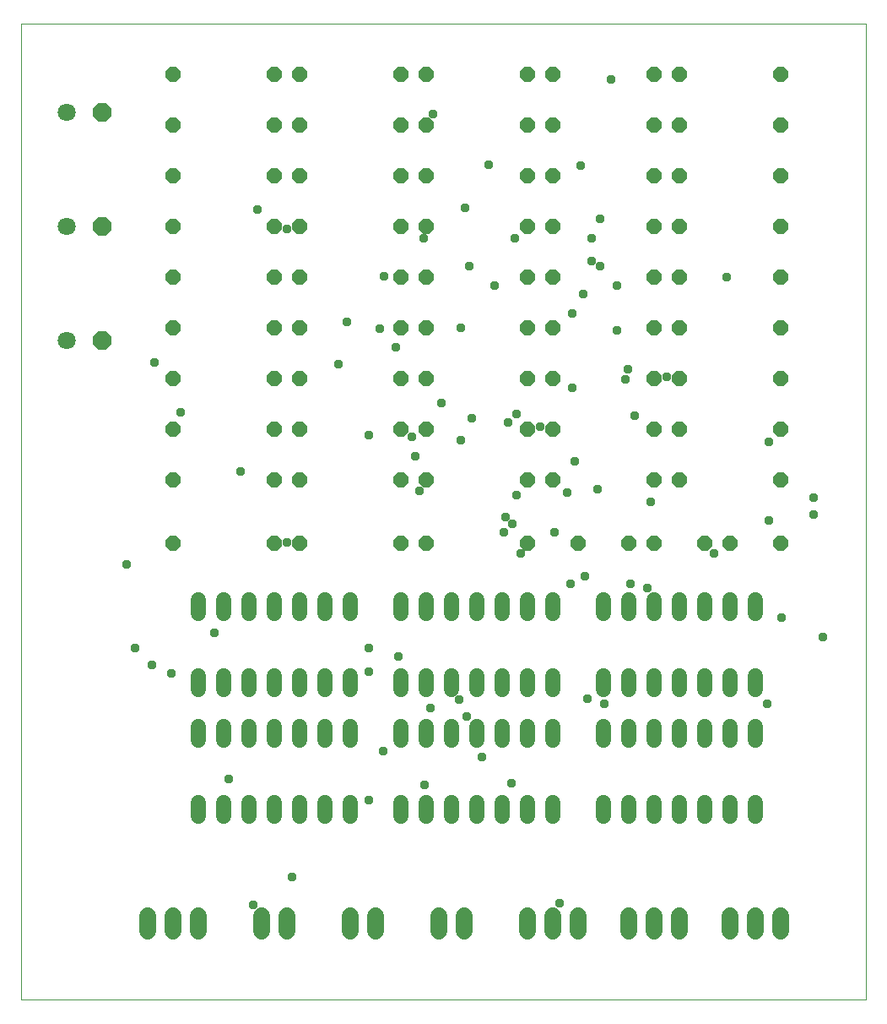
<source format=gts>
G75*
%MOIN*%
%OFA0B0*%
%FSLAX25Y25*%
%IPPOS*%
%LPD*%
%AMOC8*
5,1,8,0,0,1.08239X$1,22.5*
%
%ADD10C,0.00000*%
%ADD11OC8,0.07100*%
%ADD12C,0.07100*%
%ADD13OC8,0.06000*%
%ADD14C,0.06000*%
%ADD15C,0.06737*%
%ADD16C,0.03778*%
D10*
X0001000Y0001000D02*
X0001000Y0385961D01*
X0334701Y0385961D01*
X0334701Y0001000D01*
X0001000Y0001000D01*
D11*
X0033000Y0261000D03*
X0033000Y0306000D03*
X0033000Y0351000D03*
D12*
X0019000Y0351000D03*
X0019000Y0306000D03*
X0019000Y0261000D03*
D13*
X0061000Y0266000D03*
X0061000Y0246000D03*
X0061000Y0226000D03*
X0061000Y0206000D03*
X0061000Y0181000D03*
X0101000Y0181000D03*
X0111000Y0181000D03*
X0111000Y0206000D03*
X0101000Y0206000D03*
X0101000Y0226000D03*
X0111000Y0226000D03*
X0111000Y0246000D03*
X0101000Y0246000D03*
X0101000Y0266000D03*
X0111000Y0266000D03*
X0111000Y0286000D03*
X0101000Y0286000D03*
X0101000Y0306000D03*
X0111000Y0306000D03*
X0111000Y0326000D03*
X0101000Y0326000D03*
X0101000Y0346000D03*
X0111000Y0346000D03*
X0111000Y0366000D03*
X0101000Y0366000D03*
X0061000Y0366000D03*
X0061000Y0346000D03*
X0061000Y0326000D03*
X0061000Y0306000D03*
X0061000Y0286000D03*
X0151000Y0286000D03*
X0161000Y0286000D03*
X0161000Y0266000D03*
X0151000Y0266000D03*
X0151000Y0246000D03*
X0161000Y0246000D03*
X0161000Y0226000D03*
X0151000Y0226000D03*
X0151000Y0206000D03*
X0161000Y0206000D03*
X0161000Y0181000D03*
X0151000Y0181000D03*
X0201000Y0181000D03*
X0221000Y0181000D03*
X0241000Y0181000D03*
X0251000Y0181000D03*
X0271000Y0181000D03*
X0281000Y0181000D03*
X0301000Y0181000D03*
X0301000Y0206000D03*
X0301000Y0226000D03*
X0301000Y0246000D03*
X0301000Y0266000D03*
X0301000Y0286000D03*
X0301000Y0306000D03*
X0301000Y0326000D03*
X0301000Y0346000D03*
X0301000Y0366000D03*
X0261000Y0366000D03*
X0251000Y0366000D03*
X0251000Y0346000D03*
X0261000Y0346000D03*
X0261000Y0326000D03*
X0251000Y0326000D03*
X0251000Y0306000D03*
X0261000Y0306000D03*
X0261000Y0286000D03*
X0251000Y0286000D03*
X0251000Y0266000D03*
X0261000Y0266000D03*
X0261000Y0246000D03*
X0251000Y0246000D03*
X0251000Y0226000D03*
X0261000Y0226000D03*
X0261000Y0206000D03*
X0251000Y0206000D03*
X0211000Y0206000D03*
X0201000Y0206000D03*
X0201000Y0226000D03*
X0211000Y0226000D03*
X0211000Y0246000D03*
X0201000Y0246000D03*
X0201000Y0266000D03*
X0211000Y0266000D03*
X0211000Y0286000D03*
X0201000Y0286000D03*
X0201000Y0306000D03*
X0211000Y0306000D03*
X0211000Y0326000D03*
X0201000Y0326000D03*
X0201000Y0346000D03*
X0211000Y0346000D03*
X0211000Y0366000D03*
X0201000Y0366000D03*
X0161000Y0366000D03*
X0151000Y0366000D03*
X0151000Y0346000D03*
X0161000Y0346000D03*
X0161000Y0326000D03*
X0151000Y0326000D03*
X0151000Y0306000D03*
X0161000Y0306000D03*
D14*
X0161000Y0158600D02*
X0161000Y0153400D01*
X0151000Y0153400D02*
X0151000Y0158600D01*
X0131000Y0158600D02*
X0131000Y0153400D01*
X0121000Y0153400D02*
X0121000Y0158600D01*
X0111000Y0158600D02*
X0111000Y0153400D01*
X0101000Y0153400D02*
X0101000Y0158600D01*
X0091000Y0158600D02*
X0091000Y0153400D01*
X0081000Y0153400D02*
X0081000Y0158600D01*
X0071000Y0158600D02*
X0071000Y0153400D01*
X0071000Y0128600D02*
X0071000Y0123400D01*
X0081000Y0123400D02*
X0081000Y0128600D01*
X0091000Y0128600D02*
X0091000Y0123400D01*
X0101000Y0123400D02*
X0101000Y0128600D01*
X0111000Y0128600D02*
X0111000Y0123400D01*
X0121000Y0123400D02*
X0121000Y0128600D01*
X0131000Y0128600D02*
X0131000Y0123400D01*
X0131000Y0108600D02*
X0131000Y0103400D01*
X0121000Y0103400D02*
X0121000Y0108600D01*
X0111000Y0108600D02*
X0111000Y0103400D01*
X0101000Y0103400D02*
X0101000Y0108600D01*
X0091000Y0108600D02*
X0091000Y0103400D01*
X0081000Y0103400D02*
X0081000Y0108600D01*
X0071000Y0108600D02*
X0071000Y0103400D01*
X0071000Y0078600D02*
X0071000Y0073400D01*
X0081000Y0073400D02*
X0081000Y0078600D01*
X0091000Y0078600D02*
X0091000Y0073400D01*
X0101000Y0073400D02*
X0101000Y0078600D01*
X0111000Y0078600D02*
X0111000Y0073400D01*
X0121000Y0073400D02*
X0121000Y0078600D01*
X0131000Y0078600D02*
X0131000Y0073400D01*
X0151000Y0073400D02*
X0151000Y0078600D01*
X0161000Y0078600D02*
X0161000Y0073400D01*
X0171000Y0073400D02*
X0171000Y0078600D01*
X0181000Y0078600D02*
X0181000Y0073400D01*
X0191000Y0073400D02*
X0191000Y0078600D01*
X0201000Y0078600D02*
X0201000Y0073400D01*
X0211000Y0073400D02*
X0211000Y0078600D01*
X0231000Y0078600D02*
X0231000Y0073400D01*
X0241000Y0073400D02*
X0241000Y0078600D01*
X0251000Y0078600D02*
X0251000Y0073400D01*
X0261000Y0073400D02*
X0261000Y0078600D01*
X0271000Y0078600D02*
X0271000Y0073400D01*
X0281000Y0073400D02*
X0281000Y0078600D01*
X0291000Y0078600D02*
X0291000Y0073400D01*
X0291000Y0103400D02*
X0291000Y0108600D01*
X0281000Y0108600D02*
X0281000Y0103400D01*
X0271000Y0103400D02*
X0271000Y0108600D01*
X0261000Y0108600D02*
X0261000Y0103400D01*
X0251000Y0103400D02*
X0251000Y0108600D01*
X0241000Y0108600D02*
X0241000Y0103400D01*
X0231000Y0103400D02*
X0231000Y0108600D01*
X0231000Y0123400D02*
X0231000Y0128600D01*
X0241000Y0128600D02*
X0241000Y0123400D01*
X0251000Y0123400D02*
X0251000Y0128600D01*
X0261000Y0128600D02*
X0261000Y0123400D01*
X0271000Y0123400D02*
X0271000Y0128600D01*
X0281000Y0128600D02*
X0281000Y0123400D01*
X0291000Y0123400D02*
X0291000Y0128600D01*
X0291000Y0153400D02*
X0291000Y0158600D01*
X0281000Y0158600D02*
X0281000Y0153400D01*
X0271000Y0153400D02*
X0271000Y0158600D01*
X0261000Y0158600D02*
X0261000Y0153400D01*
X0251000Y0153400D02*
X0251000Y0158600D01*
X0241000Y0158600D02*
X0241000Y0153400D01*
X0231000Y0153400D02*
X0231000Y0158600D01*
X0211000Y0158600D02*
X0211000Y0153400D01*
X0201000Y0153400D02*
X0201000Y0158600D01*
X0191000Y0158600D02*
X0191000Y0153400D01*
X0181000Y0153400D02*
X0181000Y0158600D01*
X0171000Y0158600D02*
X0171000Y0153400D01*
X0171000Y0128600D02*
X0171000Y0123400D01*
X0161000Y0123400D02*
X0161000Y0128600D01*
X0151000Y0128600D02*
X0151000Y0123400D01*
X0151000Y0108600D02*
X0151000Y0103400D01*
X0161000Y0103400D02*
X0161000Y0108600D01*
X0171000Y0108600D02*
X0171000Y0103400D01*
X0181000Y0103400D02*
X0181000Y0108600D01*
X0191000Y0108600D02*
X0191000Y0103400D01*
X0201000Y0103400D02*
X0201000Y0108600D01*
X0211000Y0108600D02*
X0211000Y0103400D01*
X0211000Y0123400D02*
X0211000Y0128600D01*
X0201000Y0128600D02*
X0201000Y0123400D01*
X0191000Y0123400D02*
X0191000Y0128600D01*
X0181000Y0128600D02*
X0181000Y0123400D01*
D15*
X0176000Y0033969D02*
X0176000Y0028031D01*
X0166000Y0028031D02*
X0166000Y0033969D01*
X0141000Y0033969D02*
X0141000Y0028031D01*
X0131000Y0028031D02*
X0131000Y0033969D01*
X0106000Y0033969D02*
X0106000Y0028031D01*
X0096000Y0028031D02*
X0096000Y0033969D01*
X0071000Y0033969D02*
X0071000Y0028031D01*
X0061000Y0028031D02*
X0061000Y0033969D01*
X0051000Y0033969D02*
X0051000Y0028031D01*
X0201000Y0028031D02*
X0201000Y0033969D01*
X0211000Y0033969D02*
X0211000Y0028031D01*
X0221000Y0028031D02*
X0221000Y0033969D01*
X0241000Y0033969D02*
X0241000Y0028031D01*
X0251000Y0028031D02*
X0251000Y0033969D01*
X0261000Y0033969D02*
X0261000Y0028031D01*
X0281000Y0028031D02*
X0281000Y0033969D01*
X0291000Y0033969D02*
X0291000Y0028031D01*
X0301000Y0028031D02*
X0301000Y0033969D01*
D16*
X0295700Y0117600D03*
X0317700Y0144000D03*
X0301200Y0151700D03*
X0274800Y0177000D03*
X0296250Y0190200D03*
X0313850Y0192400D03*
X0313850Y0199000D03*
X0296250Y0221000D03*
X0256100Y0246850D03*
X0243450Y0231450D03*
X0239600Y0245750D03*
X0240700Y0249600D03*
X0236300Y0265000D03*
X0223100Y0279300D03*
X0218700Y0271600D03*
X0236300Y0282600D03*
X0229700Y0290300D03*
X0226400Y0292500D03*
X0226400Y0301300D03*
X0229700Y0309000D03*
X0222000Y0329900D03*
X0196150Y0301300D03*
X0187900Y0282600D03*
X0178000Y0290300D03*
X0176350Y0313400D03*
X0185700Y0330450D03*
X0163700Y0350250D03*
X0159850Y0301300D03*
X0144450Y0286450D03*
X0129600Y0268300D03*
X0142800Y0265550D03*
X0148850Y0258400D03*
X0167000Y0236400D03*
X0179100Y0230350D03*
X0174700Y0221550D03*
X0193400Y0228700D03*
X0196700Y0232000D03*
X0206050Y0227050D03*
X0219800Y0213300D03*
X0228600Y0202300D03*
X0216500Y0201200D03*
X0211550Y0185250D03*
X0198350Y0177000D03*
X0191750Y0185250D03*
X0195050Y0188550D03*
X0192300Y0191300D03*
X0196700Y0200100D03*
X0223650Y0168200D03*
X0218150Y0164900D03*
X0241800Y0164900D03*
X0248400Y0163250D03*
X0249500Y0197350D03*
X0218700Y0242450D03*
X0174700Y0266100D03*
X0155450Y0223200D03*
X0156550Y0215500D03*
X0158200Y0201750D03*
X0138400Y0223750D03*
X0126300Y0251800D03*
X0087800Y0209450D03*
X0064150Y0232550D03*
X0053700Y0252350D03*
X0094400Y0312850D03*
X0105950Y0305150D03*
X0105950Y0181400D03*
X0077350Y0145650D03*
X0060300Y0129700D03*
X0052600Y0133000D03*
X0046000Y0139600D03*
X0042700Y0172600D03*
X0082850Y0087900D03*
X0108150Y0049400D03*
X0092750Y0038400D03*
X0138400Y0079650D03*
X0143900Y0098900D03*
X0160400Y0085700D03*
X0182950Y0096700D03*
X0194500Y0086250D03*
X0176900Y0112650D03*
X0174150Y0119250D03*
X0162600Y0115950D03*
X0149950Y0136300D03*
X0138400Y0139600D03*
X0138400Y0130250D03*
X0213750Y0038950D03*
X0231350Y0117600D03*
X0224750Y0119800D03*
X0279750Y0285900D03*
X0234100Y0364000D03*
M02*

</source>
